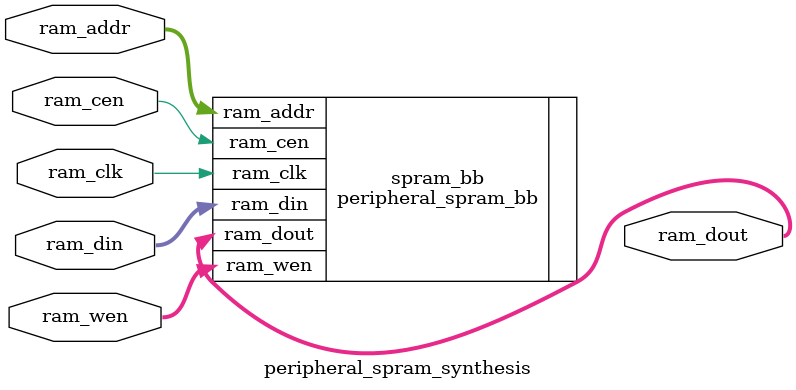
<source format=sv>

/* Copyright (c) 2015-2016 by the author(s)
 *
 * Redistribution and use in source and binary forms, with or without
 * modification, are permitted provided that the following conditions
 * are met:
 *     * Redistributions of source code must retain the above copyright
 *       notice, this list of conditions and the following disclaimer.
 *     * Redistributions in binary form must reproduce the above copyright
 *       notice, this list of conditions and the following disclaimer in the
 *       documentation and/or other materials provided with the distribution.
 *     * Neither the name of the authors nor the names of its contributors
 *       may be used to endorse or promote products derived from this software
 *       without specific prior written permission.
 *
 * THIS SOFTWARE IS PROVIDED BY THE COPYRIGHT HOLDERS AND CONTRIBUTORS "AS IS"
 * AND ANY EXPRESS OR IMPLIED WARRANTIES, INCLUDING, BUT NOT LIMITED TO, THE
 * IMPLIED WARRANTIES OF MERCHANTABILITY AND FITNESS FOR A PARTICULAR PURPOSE
 * ARE DISCLAIMED. IN NO EVENT SHALL THE COPYRIGHT HOLDER OR CONTRIBUTORS BE
 * LIABLE FOR ANY DIRECT, INDIRECT, INCIDENTAL, SPECIAL, EXEMPLARY,
 * OR CONSEQUENTIAL DAMAGES (INCLUDING, BUT NOT LIMITED TO, PROCUREMENT OF
 * SUBSTITUTE GOODS OR SERVICES; LOSS OF USE, DATA, OR PROFITS; OR BUSINESS
 * INTERRUPTION) HOWEVER CAUSED AND ON ANY THEORY OF LIABILITY, WHETHER IN
 * CONTRACT, STRICT LIABILITY, OR TORT (INCLUDING NEGLIGENCE OR OTHERWISE)
 * ARISING IN ANY WAY OUT OF THE USE OF THIS SOFTWARE, EVEN IF ADVISED OF
 * THE POSSIBILITY OF SUCH DAMAGE
 *
 * =============================================================================
 * Author(s):
 *   Olivier Girard <olgirard@gmail.com>
 *   Paco Reina Campo <pacoreinacampo@queenfield.tech>
 */

module peripheral_spram_synthesis #(
  parameter AW       =   6,  // Address bus
  parameter DW       =  16,  // Data bus
  parameter MEM_SIZE = 256   // Memory size in bytes
)
  (
    input              ram_clk,        // RAM clock

    input     [AW-1:0] ram_addr,       // RAM address
    output    [DW-1:0] ram_dout,       // RAM data output
    input     [DW-1:0] ram_din,        // RAM data input
    input              ram_cen,        // RAM chip enable (low active)
    input        [1:0] ram_wen         // RAM write enable (low active)
  );

  //////////////////////////////////////////////////////////////////
  //
  // Module Body
  //

  //DUT BB
  peripheral_spram_bb #(
    .AW       ( AW ),
    .DW       ( DW ),
    .MEM_SIZE ( MEM_SIZE )
  )
  spram_bb (
    .ram_clk   ( ram_clk ),

    .ram_addr ( ram_addr ),
    .ram_dout ( ram_dout ),
    .ram_din  ( ram_din  ),
    .ram_cen  ( ram_cen  ),
    .ram_wen  ( ram_wen  )
  );
endmodule // bb_ram

</source>
